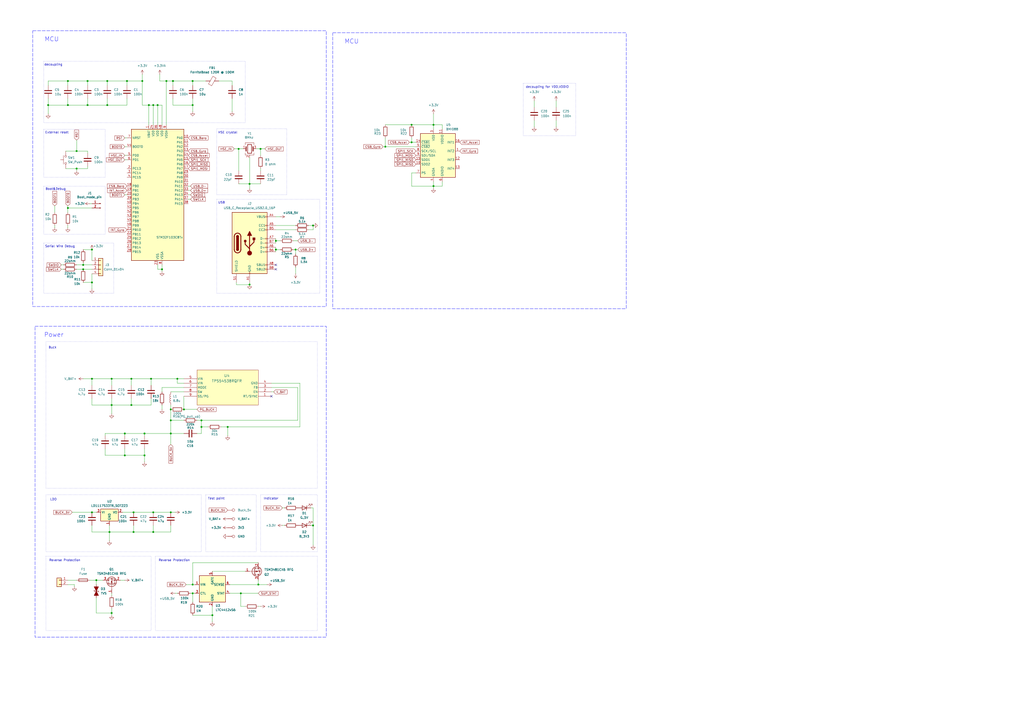
<source format=kicad_sch>
(kicad_sch (version 20250114) (generator "eeschema") (generator_version "9.0")
  (paper "A2")
  (rectangle (start 119.38 287.02) (end 148.59 320.04) (stroke (width 0) (type dot)))
  (rectangle (start 25.4 74.93) (end 60.96 102.87) (stroke (width 0) (type dot)))
  (rectangle (start 125.73 115.57) (end 185.42 170.18) (stroke (width 0) (type dot)))
  (rectangle (start 25.4 107.95) (end 60.96 135.89) (stroke (width 0) (type dot)))
  (rectangle (start 151.13 287.02) (end 184.15 320.04) (stroke (width 0) (type dot)))
  (rectangle (start 20.32 189.23) (end 189.23 369.57) (stroke (width 0.1778) (type dash) (color 0 0 255 1)))
  (rectangle (start 303.53 48.26) (end 334.01 78.74) (stroke (width 0) (type dot)))
  (rectangle (start 26.67 287.02) (end 116.84 320.04) (stroke (width 0) (type dot)))
  (rectangle (start 19.05 17.78) (end 189.23 177.8) (stroke (width 0.1778) (type dash) (color 0 0 255 1)))
  (rectangle (start 25.4 140.97) (end 66.04 170.18) (stroke (width 0) (type dot)))
  (rectangle (start 125.73 74.676) (end 166.37 113.03) (stroke (width 0) (type dot)))
  (rectangle (start 90.17 322.58) (end 184.15 365.76) (stroke (width 0) (type dot)))
  (rectangle (start 26.67 198.12) (end 184.15 283.21) (stroke (width 0) (type dot)))
  (rectangle (start 193.04 19.05) (end 363.22 179.07) (stroke (width 0.1778) (type dash) (color 0 0 255 1)))
  (rectangle (start 25.4 35.56) (end 142.24 71.12) (stroke (width 0) (type dot)))
  (rectangle (start 26.67 322.58) (end 87.63 365.76) (stroke (width 0) (type dot)))
  (text "Power" (at 31.242 194.31 0) (effects (font (size 2.54 2.54))))
  (text "Buck" (at 30.48 201.676 0) (effects (font (size 1.27 1.27))))
  (text "decoupling" (at 30.988 37.592 0) (effects (font (size 1.27 1.27))))
  (text "Indicator" (at 157.226 289.306 0) (effects (font (size 1.27 1.27))))
  (text "External reset\n" (at 33.02 76.962 0) (effects (font (size 1.27 1.27))))
  (text "MCU\n" (at 203.962 24.13 0) (effects (font (size 2.54 2.54))))
  (text "LDO" (at 30.988 289.814 0) (effects (font (size 1.27 1.27))))
  (text "Serial Wire Debug\n" (at 34.798 143.002 0) (effects (font (size 1.27 1.27))))
  (text "Boot&Debug" (at 32.258 109.728 0) (effects (font (size 1.27 1.27))))
  (text "Reverse Protection" (at 101.092 325.12 0) (effects (font (size 1.27 1.27))))
  (text "Test point" (at 125.476 289.306 0) (effects (font (size 1.27 1.27))))
  (text "Reverse Protection" (at 37.592 325.12 0) (effects (font (size 1.27 1.27))))
  (text "HSE crystal" (at 132.08 76.962 0) (effects (font (size 1.27 1.27))))
  (text "decoupling for VDD,VDDIO" (at 317.5 50.546 0) (effects (font (size 1.27 1.27))))
  (text "MCU\n" (at 29.972 22.86 0) (effects (font (size 2.54 2.54))))
  (text "USB\n" (at 128.524 117.602 0) (effects (font (size 1.27 1.27))))
  (junction (at 160.02 144.78))
  (junction (at 83.82 264.16))
  (junction (at 132.08 247.65))
  (junction (at 123.19 356.87))
  (junction (at 27.94 60.96))
  (junction (at 99.06 251.46))
  (junction (at 83.82 251.46))
  (junction (at 62.23 46.99))
  (junction (at 88.9 308.61))
  (junction (at 116.84 247.65))
  (junction (at 77.47 308.61))
  (junction (at 39.37 46.99))
  (junction (at 116.84 243.84))
  (junction (at 93.98 156.21))
  (junction (at 39.37 60.96))
  (junction (at 99.06 297.18))
  (junction (at 96.52 46.99))
  (junction (at 160.02 139.7))
  (junction (at 251.46 107.95))
  (junction (at 53.34 163.83))
  (junction (at 55.88 336.55))
  (junction (at 181.61 304.8))
  (junction (at 53.34 219.71))
  (junction (at 111.76 46.99))
  (junction (at 181.61 130.81))
  (junction (at 87.63 219.71))
  (junction (at 111.76 344.17))
  (junction (at 238.76 72.39))
  (junction (at 39.37 120.65))
  (junction (at 88.9 297.18))
  (junction (at 63.5 308.61))
  (junction (at 48.26 156.21))
  (junction (at 144.78 165.1))
  (junction (at 102.87 219.71))
  (junction (at 48.26 153.67))
  (junction (at 64.77 355.6))
  (junction (at 50.8 46.99))
  (junction (at 77.47 297.18))
  (junction (at 44.45 97.79))
  (junction (at 111.76 339.09))
  (junction (at 64.77 219.71))
  (junction (at 64.77 234.95))
  (junction (at 138.43 86.36))
  (junction (at 50.8 60.96))
  (junction (at 72.39 264.16))
  (junction (at 76.2 219.71))
  (junction (at 72.39 251.46))
  (junction (at 82.55 46.99))
  (junction (at 86.36 60.96))
  (junction (at 139.7 344.17))
  (junction (at 62.23 60.96))
  (junction (at 223.52 85.09))
  (junction (at 171.45 144.78))
  (junction (at 151.13 86.36))
  (junction (at 238.76 82.55))
  (junction (at 53.34 297.18))
  (junction (at 88.9 60.96))
  (junction (at 44.45 87.63))
  (junction (at 144.78 106.68))
  (junction (at 100.33 46.99))
  (junction (at 53.34 144.78))
  (junction (at 251.46 72.39))
  (junction (at 99.06 243.84))
  (junction (at 73.66 46.99))
  (junction (at 149.86 339.09))
  (junction (at 91.44 60.96))
  (junction (at 106.68 237.49))
  (junction (at 76.2 234.95))
  (junction (at 111.76 60.96))
  (junction (at 99.06 237.49))
  (no_connect (at 160.02 156.21))
  (no_connect (at 160.02 153.67))
  (no_connect (at 157.48 229.87))
  (wire (pts (xy 256.54 72.39) (xy 251.46 72.39)))
  (wire (pts (xy 101.6 344.17) (xy 102.87 344.17)))
  (wire (pts (xy 111.76 344.17) (xy 111.76 349.25)))
  (wire (pts (xy 64.77 219.71) (xy 64.77 223.52)))
  (wire (pts (xy 39.37 336.55) (xy 44.45 336.55)))
  (wire (pts (xy 111.76 46.99) (xy 111.76 49.53)))
  (wire (pts (xy 87.63 219.71) (xy 102.87 219.71)))
  (wire (pts (xy 116.84 243.84) (xy 172.72 243.84)))
  (wire (pts (xy 48.26 219.71) (xy 53.34 219.71)))
  (wire (pts (xy 110.49 344.17) (xy 111.76 344.17)))
  (wire (pts (xy 93.98 60.96) (xy 93.98 72.39)))
  (wire (pts (xy 100.33 60.96) (xy 111.76 60.96)))
  (wire (pts (xy 116.84 243.84) (xy 116.84 247.65)))
  (wire (pts (xy 144.78 106.68) (xy 151.13 106.68)))
  (wire (pts (xy 151.13 86.36) (xy 153.67 86.36)))
  (wire (pts (xy 53.34 158.75) (xy 53.34 163.83)))
  (wire (pts (xy 53.34 231.14) (xy 53.34 234.95)))
  (wire (pts (xy 160.02 139.7) (xy 162.56 139.7)))
  (wire (pts (xy 64.77 344.17) (xy 64.77 345.44)))
  (wire (pts (xy 48.26 156.21) (xy 53.34 156.21)))
  (wire (pts (xy 222.25 85.09) (xy 223.52 85.09)))
  (wire (pts (xy 96.52 46.99) (xy 100.33 46.99)))
  (wire (pts (xy 27.94 57.15) (xy 27.94 60.96)))
  (wire (pts (xy 64.77 234.95) (xy 76.2 234.95)))
  (wire (pts (xy 62.23 60.96) (xy 50.8 60.96)))
  (wire (pts (xy 144.78 91.44) (xy 144.78 106.68)))
  (wire (pts (xy 53.34 304.8) (xy 53.34 308.61)))
  (wire (pts (xy 148.59 86.36) (xy 151.13 86.36)))
  (wire (pts (xy 73.66 60.96) (xy 62.23 60.96)))
  (wire (pts (xy 223.52 72.39) (xy 238.76 72.39)))
  (wire (pts (xy 256.54 107.95) (xy 251.46 107.95)))
  (wire (pts (xy 50.8 60.96) (xy 39.37 60.96)))
  (wire (pts (xy 171.45 154.94) (xy 171.45 158.75)))
  (wire (pts (xy 87.63 231.14) (xy 87.63 234.95)))
  (wire (pts (xy 99.06 251.46) (xy 99.06 243.84)))
  (wire (pts (xy 64.77 234.95) (xy 64.77 240.03)))
  (wire (pts (xy 139.7 344.17) (xy 133.35 344.17)))
  (wire (pts (xy 72.39 252.73) (xy 72.39 251.46)))
  (wire (pts (xy 179.07 130.81) (xy 181.61 130.81)))
  (wire (pts (xy 149.86 339.09) (xy 149.86 336.55)))
  (wire (pts (xy 111.76 46.99) (xy 119.38 46.99)))
  (wire (pts (xy 31.75 132.08) (xy 31.75 130.81)))
  (wire (pts (xy 50.8 88.9) (xy 50.8 87.63)))
  (wire (pts (xy 137.16 163.83) (xy 137.16 165.1)))
  (wire (pts (xy 53.34 144.78) (xy 53.34 151.13)))
  (wire (pts (xy 160.02 138.43) (xy 160.02 139.7)))
  (wire (pts (xy 123.19 356.87) (xy 123.19 360.68)))
  (wire (pts (xy 160.02 139.7) (xy 160.02 140.97)))
  (wire (pts (xy 92.71 43.18) (xy 92.71 46.99)))
  (wire (pts (xy 111.76 356.87) (xy 123.19 356.87)))
  (wire (pts (xy 160.02 130.81) (xy 171.45 130.81)))
  (wire (pts (xy 44.45 156.21) (xy 48.26 156.21)))
  (wire (pts (xy 53.34 167.64) (xy 53.34 163.83)))
  (wire (pts (xy 39.37 60.96) (xy 27.94 60.96)))
  (wire (pts (xy 76.2 231.14) (xy 76.2 234.95)))
  (wire (pts (xy 39.37 46.99) (xy 27.94 46.99)))
  (wire (pts (xy 72.39 113.03) (xy 73.66 113.03)))
  (wire (pts (xy 171.45 144.78) (xy 172.72 144.78)))
  (wire (pts (xy 99.06 234.95) (xy 99.06 237.49)))
  (wire (pts (xy 64.77 219.71) (xy 76.2 219.71)))
  (wire (pts (xy 170.18 139.7) (xy 172.72 139.7)))
  (wire (pts (xy 62.23 46.99) (xy 50.8 46.99)))
  (wire (pts (xy 123.19 331.47) (xy 142.24 331.47)))
  (wire (pts (xy 160.02 143.51) (xy 160.02 144.78)))
  (wire (pts (xy 91.44 60.96) (xy 91.44 72.39)))
  (wire (pts (xy 83.82 251.46) (xy 83.82 252.73)))
  (wire (pts (xy 52.07 118.11) (xy 53.34 118.11)))
  (wire (pts (xy 116.84 247.65) (xy 120.65 247.65)))
  (wire (pts (xy 128.27 247.65) (xy 132.08 247.65)))
  (wire (pts (xy 111.76 344.17) (xy 113.03 344.17)))
  (wire (pts (xy 50.8 46.99) (xy 50.8 49.53)))
  (wire (pts (xy 106.68 222.25) (xy 102.87 222.25)))
  (wire (pts (xy 138.43 106.68) (xy 144.78 106.68)))
  (wire (pts (xy 99.06 243.84) (xy 106.68 243.84)))
  (wire (pts (xy 238.76 80.01) (xy 238.76 82.55)))
  (wire (pts (xy 111.76 339.09) (xy 113.03 339.09)))
  (wire (pts (xy 53.34 308.61) (xy 63.5 308.61)))
  (wire (pts (xy 72.39 251.46) (xy 83.82 251.46)))
  (wire (pts (xy 110.49 107.95) (xy 109.22 107.95)))
  (wire (pts (xy 39.37 120.65) (xy 39.37 123.19)))
  (wire (pts (xy 181.61 130.81) (xy 181.61 133.35)))
  (wire (pts (xy 82.55 60.96) (xy 86.36 60.96)))
  (wire (pts (xy 151.13 97.79) (xy 151.13 99.06)))
  (wire (pts (xy 60.96 260.35) (xy 60.96 264.16)))
  (wire (pts (xy 133.35 339.09) (xy 149.86 339.09)))
  (wire (pts (xy 39.37 57.15) (xy 39.37 60.96)))
  (wire (pts (xy 102.87 219.71) (xy 106.68 219.71)))
  (wire (pts (xy 99.06 237.49) (xy 99.06 243.84)))
  (wire (pts (xy 39.37 119.38) (xy 39.37 120.65)))
  (wire (pts (xy 48.26 152.4) (xy 48.26 153.67)))
  (wire (pts (xy 114.3 251.46) (xy 116.84 251.46)))
  (wire (pts (xy 64.77 231.14) (xy 64.77 234.95)))
  (wire (pts (xy 91.44 60.96) (xy 93.98 60.96)))
  (wire (pts (xy 72.39 260.35) (xy 72.39 264.16)))
  (wire (pts (xy 106.68 251.46) (xy 99.06 251.46)))
  (wire (pts (xy 53.34 153.67) (xy 48.26 153.67)))
  (wire (pts (xy 163.83 294.64) (xy 165.1 294.64)))
  (wire (pts (xy 93.98 224.79) (xy 106.68 224.79)))
  (wire (pts (xy 71.12 297.18) (xy 77.47 297.18)))
  (wire (pts (xy 48.26 144.78) (xy 53.34 144.78)))
  (wire (pts (xy 44.45 97.79) (xy 50.8 97.79)))
  (wire (pts (xy 44.45 81.28) (xy 44.45 87.63)))
  (wire (pts (xy 93.98 156.21) (xy 93.98 153.67)))
  (wire (pts (xy 100.33 46.99) (xy 111.76 46.99)))
  (wire (pts (xy 100.33 46.99) (xy 100.33 49.53)))
  (wire (pts (xy 76.2 219.71) (xy 76.2 223.52)))
  (wire (pts (xy 53.34 219.71) (xy 64.77 219.71)))
  (wire (pts (xy 172.72 224.79) (xy 172.72 243.84)))
  (wire (pts (xy 63.5 308.61) (xy 77.47 308.61)))
  (wire (pts (xy 238.76 82.55) (xy 241.3 82.55)))
  (wire (pts (xy 181.61 304.8) (xy 181.61 316.23)))
  (wire (pts (xy 87.63 219.71) (xy 87.63 223.52)))
  (wire (pts (xy 173.99 222.25) (xy 173.99 247.65)))
  (wire (pts (xy 111.76 57.15) (xy 111.76 60.96)))
  (wire (pts (xy 96.52 46.99) (xy 96.52 72.39)))
  (wire (pts (xy 93.98 156.21) (xy 93.98 157.48)))
  (wire (pts (xy 223.52 80.01) (xy 223.52 85.09)))
  (wire (pts (xy 60.96 264.16) (xy 72.39 264.16)))
  (wire (pts (xy 77.47 308.61) (xy 88.9 308.61)))
  (wire (pts (xy 134.62 46.99) (xy 134.62 49.53)))
  (wire (pts (xy 72.39 92.71) (xy 73.66 92.71)))
  (wire (pts (xy 35.56 153.67) (xy 36.83 153.67)))
  (wire (pts (xy 91.44 60.96) (xy 88.9 60.96)))
  (wire (pts (xy 99.06 251.46) (xy 99.06 257.81)))
  (wire (pts (xy 322.58 58.42) (xy 322.58 62.23)))
  (wire (pts (xy 39.37 46.99) (xy 39.37 49.53)))
  (wire (pts (xy 48.26 163.83) (xy 53.34 163.83)))
  (wire (pts (xy 106.68 237.49) (xy 114.3 237.49)))
  (wire (pts (xy 135.89 86.36) (xy 138.43 86.36)))
  (wire (pts (xy 82.55 46.99) (xy 82.55 60.96)))
  (wire (pts (xy 160.02 133.35) (xy 171.45 133.35)))
  (wire (pts (xy 39.37 339.09) (xy 43.18 339.09)))
  (wire (pts (xy 48.26 153.67) (xy 44.45 153.67)))
  (wire (pts (xy 223.52 85.09) (xy 241.3 85.09)))
  (wire (pts (xy 171.45 144.78) (xy 171.45 147.32)))
  (wire (pts (xy 102.87 222.25) (xy 102.87 219.71)))
  (wire (pts (xy 99.06 227.33) (xy 106.68 227.33)))
  (wire (pts (xy 110.49 115.57) (xy 109.22 115.57)))
  (wire (pts (xy 160.02 144.78) (xy 160.02 146.05)))
  (wire (pts (xy 83.82 264.16) (xy 83.82 267.97)))
  (wire (pts (xy 99.06 304.8) (xy 99.06 308.61)))
  (wire (pts (xy 39.37 120.65) (xy 53.34 120.65)))
  (wire (pts (xy 157.48 227.33) (xy 158.75 227.33)))
  (wire (pts (xy 86.36 60.96) (xy 86.36 72.39)))
  (wire (pts (xy 39.37 130.81) (xy 39.37 132.08)))
  (wire (pts (xy 134.62 57.15) (xy 134.62 64.77)))
  (wire (pts (xy 110.49 113.03) (xy 109.22 113.03)))
  (wire (pts (xy 101.6 297.18) (xy 99.06 297.18)))
  (wire (pts (xy 55.88 355.6) (xy 64.77 355.6)))
  (wire (pts (xy 180.34 294.64) (xy 181.61 294.64)))
  (wire (pts (xy 88.9 60.96) (xy 88.9 72.39)))
  (wire (pts (xy 238.76 107.95) (xy 251.46 107.95)))
  (wire (pts (xy 138.43 86.36) (xy 140.97 86.36)))
  (wire (pts (xy 72.39 85.09) (xy 73.66 85.09)))
  (wire (pts (xy 93.98 156.21) (xy 91.44 156.21)))
  (wire (pts (xy 256.54 74.93) (xy 256.54 72.39)))
  (wire (pts (xy 35.56 156.21) (xy 36.83 156.21)))
  (wire (pts (xy 157.48 224.79) (xy 172.72 224.79)))
  (wire (pts (xy 86.36 60.96) (xy 88.9 60.96)))
  (wire (pts (xy 27.94 46.99) (xy 27.94 49.53)))
  (wire (pts (xy 110.49 110.49) (xy 109.22 110.49)))
  (wire (pts (xy 53.34 234.95) (xy 64.77 234.95)))
  (wire (pts (xy 111.76 326.39) (xy 111.76 339.09)))
  (wire (pts (xy 64.77 353.06) (xy 64.77 355.6)))
  (wire (pts (xy 162.56 125.73) (xy 160.02 125.73)))
  (wire (pts (xy 50.8 57.15) (xy 50.8 60.96)))
  (wire (pts (xy 93.98 224.79) (xy 93.98 227.33)))
  (wire (pts (xy 72.39 264.16) (xy 83.82 264.16)))
  (wire (pts (xy 138.43 86.36) (xy 138.43 99.06)))
  (wire (pts (xy 179.07 133.35) (xy 181.61 133.35)))
  (wire (pts (xy 238.76 100.33) (xy 238.76 107.95)))
  (wire (pts (xy 132.08 247.65) (xy 132.08 252.73)))
  (wire (pts (xy 43.18 339.09) (xy 43.18 340.36)))
  (wire (pts (xy 163.83 304.8) (xy 165.1 304.8)))
  (wire (pts (xy 144.78 165.1) (xy 144.78 163.83)))
  (wire (pts (xy 73.66 46.99) (xy 62.23 46.99)))
  (wire (pts (xy 160.02 144.78) (xy 162.56 144.78)))
  (wire (pts (xy 170.18 144.78) (xy 171.45 144.78)))
  (wire (pts (xy 149.86 326.39) (xy 111.76 326.39)))
  (wire (pts (xy 139.7 344.17) (xy 149.86 344.17)))
  (wire (pts (xy 123.19 351.79) (xy 123.19 356.87)))
  (wire (pts (xy 63.5 304.8) (xy 63.5 308.61)))
  (wire (pts (xy 44.45 97.79) (xy 44.45 99.06)))
  (wire (pts (xy 83.82 251.46) (xy 99.06 251.46)))
  (wire (pts (xy 44.45 87.63) (xy 50.8 87.63)))
  (wire (pts (xy 238.76 72.39) (xy 251.46 72.39)))
  (wire (pts (xy 107.95 339.09) (xy 111.76 339.09)))
  (wire (pts (xy 50.8 96.52) (xy 50.8 97.79)))
  (wire (pts (xy 60.96 251.46) (xy 72.39 251.46)))
  (wire (pts (xy 91.44 153.67) (xy 91.44 156.21)))
  (wire (pts (xy 149.86 339.09) (xy 154.94 339.09)))
  (wire (pts (xy 322.58 69.85) (xy 322.58 73.66)))
  (wire (pts (xy 88.9 304.8) (xy 88.9 308.61)))
  (wire (pts (xy 139.7 344.17) (xy 139.7 351.79)))
  (wire (pts (xy 72.39 90.17) (xy 73.66 90.17)))
  (wire (pts (xy 82.55 46.99) (xy 73.66 46.99)))
  (wire (pts (xy 62.23 57.15) (xy 62.23 60.96)))
  (wire (pts (xy 55.88 346.71) (xy 55.88 355.6)))
  (wire (pts (xy 59.69 336.55) (xy 55.88 336.55)))
  (wire (pts (xy 76.2 234.95) (xy 87.63 234.95)))
  (wire (pts (xy 309.88 58.42) (xy 309.88 62.23)))
  (wire (pts (xy 41.91 297.18) (xy 53.34 297.18)))
  (wire (pts (xy 38.1 87.63) (xy 44.45 87.63)))
  (wire (pts (xy 127 46.99) (xy 134.62 46.99)))
  (wire (pts (xy 137.16 165.1) (xy 144.78 165.1)))
  (wire (pts (xy 256.54 105.41) (xy 256.54 107.95)))
  (wire (pts (xy 116.84 251.46) (xy 116.84 247.65)))
  (wire (pts (xy 93.98 234.95) (xy 93.98 237.49)))
  (wire (pts (xy 106.68 237.49) (xy 106.68 229.87)))
  (wire (pts (xy 173.99 247.65) (xy 132.08 247.65)))
  (wire (pts (xy 180.34 304.8) (xy 181.61 304.8)))
  (wire (pts (xy 52.07 336.55) (xy 55.88 336.55)))
  (wire (pts (xy 63.5 308.61) (xy 63.5 313.69)))
  (wire (pts (xy 53.34 219.71) (xy 53.34 223.52)))
  (wire (pts (xy 309.88 69.85) (xy 309.88 73.66)))
  (wire (pts (xy 55.88 336.55) (xy 55.88 339.09)))
  (wire (pts (xy 50.8 46.99) (xy 39.37 46.99)))
  (wire (pts (xy 76.2 219.71) (xy 87.63 219.71)))
  (wire (pts (xy 38.1 97.79) (xy 44.45 97.79)))
  (wire (pts (xy 151.13 351.79) (xy 149.86 351.79)))
  (wire (pts (xy 181.61 294.64) (xy 181.61 304.8)))
  (wire (pts (xy 251.46 107.95) (xy 251.46 109.22)))
  (wire (pts (xy 251.46 66.04) (xy 251.46 72.39)))
  (wire (pts (xy 88.9 297.18) (xy 99.06 297.18)))
  (wire (pts (xy 251.46 105.41) (xy 251.46 107.95)))
  (wire (pts (xy 77.47 304.8) (xy 77.47 308.61)))
  (wire (pts (xy 64.77 355.6) (xy 64.77 356.87)))
  (wire (pts (xy 241.3 100.33) (xy 238.76 100.33)))
  (wire (pts (xy 88.9 308.61) (xy 99.06 308.61)))
  (wire (pts (xy 157.48 222.25) (xy 173.99 222.25)))
  (wire (pts (xy 96.52 46.99) (xy 92.71 46.99)))
  (wire (pts (xy 100.33 57.15) (xy 100.33 60.96)))
  (wire (pts (xy 139.7 351.79) (xy 142.24 351.79)))
  (wire (pts (xy 60.96 252.73) (xy 60.96 251.46)))
  (wire (pts (xy 114.3 243.84) (xy 116.84 243.84)))
  (wire (pts (xy 62.23 46.99) (xy 62.23 49.53)))
  (wire (pts (xy 69.85 336.55) (xy 72.39 336.55)))
  (wire (pts (xy 72.39 80.01) (xy 73.66 80.01)))
  (wire (pts (xy 27.94 60.96) (xy 27.94 66.04)))
  (wire (pts (xy 151.13 86.36) (xy 151.13 90.17)))
  (wire (pts (xy 31.75 119.38) (xy 31.75 123.19)))
  (wire (pts (xy 73.66 46.99) (xy 73.66 49.53)))
  (wire (pts (xy 82.55 43.18) (xy 82.55 46.99)))
  (wire (pts (xy 144.78 106.68) (xy 144.78 109.22)))
  (wire (pts (xy 237.49 82.55) (xy 238.76 82.55)))
  (wire (pts (xy 73.66 57.15) (xy 73.66 60.96)))
  (wire (pts (xy 111.76 60.96) (xy 111.76 64.77)))
  (wire (pts (xy 77.47 297.18) (xy 88.9 297.18)))
  (wire (pts (xy 53.34 297.18) (xy 55.88 297.18)))
  (wire (pts (xy 251.46 72.39) (xy 251.46 74.93)))
  (wire (pts (xy 83.82 260.35) (xy 83.82 264.16)))
  (global_label "SWDIO" (shape input) (at 35.56 153.67 180) (property "Intersheetrefs" "${INTERSHEET_REFS}" (effects (hide yes))))
  (global_label "HSE_IN" (shape input) (at 72.39 90.17 180) (property "Intersheetrefs" "${INTERSHEET_REFS}" (effects (hide yes))))
  (global_label "RST" (shape input) (at 72.39 80.01 180) (property "Intersheetrefs" "${INTERSHEET_REFS}" (effects (hide yes))))
  (global_label "USB_D-" (shape input) (at 110.49 107.95 0) (property "Intersheetrefs" "${INTERSHEET_REFS}" (effects (hide yes))))
  (global_label "SPI1_MOSI" (shape input) (at 241.3 90.17 180) (property "Intersheetrefs" "${INTERSHEET_REFS}" (effects (hide yes))))
  (global_label "USB_D-" (shape input) (at 172.72 139.7 0) (property "Intersheetrefs" "${INTERSHEET_REFS}" (effects (hide yes))))
  (global_label "CSB_Gyro" (shape input) (at 222.25 85.09 180) (property "Intersheetrefs" "${INTERSHEET_REFS}" (effects (hide yes))))
  (global_label "SPI1_MISO" (shape input) (at 241.3 95.25 180) (property "Intersheetrefs" "${INTERSHEET_REFS}" (effects (hide yes))))
  (global_label "USB_D+" (shape input) (at 172.72 144.78 0) (property "Intersheetrefs" "${INTERSHEET_REFS}" (effects (hide yes))))
  (global_label "INT_Gyro" (shape input) (at 266.7 87.63 0) (property "Intersheetrefs" "${INTERSHEET_REFS}" (effects (hide yes))))
  (global_label "SPI1_MISO" (shape input) (at 241.3 92.71 180) (property "Intersheetrefs" "${INTERSHEET_REFS}" (effects (hide yes))))
  (global_label "CSB_Baro" (shape input) (at 109.22 80.01 0) (property "Intersheetrefs" "${INTERSHEET_REFS}" (effects (hide yes))))
  (global_label "V_BAT" (shape input) (at 158.75 227.33 0) (property "Intersheetrefs" "${INTERSHEET_REFS}" (effects (hide yes))))
  (global_label "INT_Accel" (shape input) (at 73.66 110.49 180) (property "Intersheetrefs" "${INTERSHEET_REFS}" (effects (hide yes))))
  (global_label "BUCK_5V" (shape input) (at 99.06 257.81 270) (property "Intersheetrefs" "${INTERSHEET_REFS}" (effects (hide yes))))
  (global_label "BOOT0" (shape input) (at 72.39 85.09 180) (property "Intersheetrefs" "${INTERSHEET_REFS}" (effects (hide yes))))
  (global_label "BUCK_5V" (shape input) (at 132.08 295.91 180) (property "Intersheetrefs" "${INTERSHEET_REFS}" (effects (hide yes))))
  (global_label "BUCK_5V" (shape input) (at 163.83 294.64 180) (property "Intersheetrefs" "${INTERSHEET_REFS}" (effects (hide yes))))
  (global_label "SWCLK" (shape input) (at 35.56 156.21 180) (property "Intersheetrefs" "${INTERSHEET_REFS}" (effects (hide yes))))
  (global_label "SPI1_SCK" (shape input) (at 109.22 92.71 0) (property "Intersheetrefs" "${INTERSHEET_REFS}" (effects (hide yes))))
  (global_label "BOOT0" (shape input) (at 39.37 119.38 90) (property "Intersheetrefs" "${INTERSHEET_REFS}" (effects (hide yes))))
  (global_label "BOOT1" (shape input) (at 31.75 119.38 90) (property "Intersheetrefs" "${INTERSHEET_REFS}" (effects (hide yes))))
  (global_label "PG_BUCK" (shape input) (at 114.3 237.49 0) (property "Intersheetrefs" "${INTERSHEET_REFS}" (effects (hide yes))))
  (global_label "HSE_OUT" (shape input) (at 153.67 86.36 0) (property "Intersheetrefs" "${INTERSHEET_REFS}" (effects (hide yes))))
  (global_label "INT_Gyro" (shape input) (at 73.66 133.35 180) (property "Intersheetrefs" "${INTERSHEET_REFS}" (effects (hide yes))))
  (global_label "BOOT1" (shape input) (at 72.39 113.03 180) (property "Intersheetrefs" "${INTERSHEET_REFS}" (effects (hide yes))))
  (global_label "SPI1_MISO" (shape input) (at 109.22 95.25 0) (property "Intersheetrefs" "${INTERSHEET_REFS}" (effects (hide yes))))
  (global_label "USB_D+" (shape input) (at 110.49 110.49 0) (property "Intersheetrefs" "${INTERSHEET_REFS}" (effects (hide yes))))
  (global_label "SPI1_SCK" (shape input) (at 241.3 87.63 180) (property "Intersheetrefs" "${INTERSHEET_REFS}" (effects (hide yes))))
  (global_label "HSE_IN" (shape input) (at 135.89 86.36 180) (property "Intersheetrefs" "${INTERSHEET_REFS}" (effects (hide yes))))
  (global_label "SPI1_MOSI" (shape input) (at 109.22 97.79 0) (property "Intersheetrefs" "${INTERSHEET_REFS}" (effects (hide yes))))
  (global_label "RST" (shape input) (at 44.45 81.28 90) (property "Intersheetrefs" "${INTERSHEET_REFS}" (effects (hide yes))))
  (global_label "SWDIO" (shape input) (at 110.49 113.03 0) (property "Intersheetrefs" "${INTERSHEET_REFS}" (effects (hide yes))))
  (global_label "SUP_STAT" (shape input) (at 149.86 344.17 0) (property "Intersheetrefs" "${INTERSHEET_REFS}" (effects (hide yes))))
  (global_label "CSB_Gyro" (shape input) (at 109.22 87.63 0) (property "Intersheetrefs" "${INTERSHEET_REFS}" (effects (hide yes))))
  (global_label "BUCK_5V" (shape input) (at 107.95 339.09 180) (property "Intersheetrefs" "${INTERSHEET_REFS}" (effects (hide yes))))
  (global_label "SWCLK" (shape input) (at 110.49 115.57 0) (property "Intersheetrefs" "${INTERSHEET_REFS}" (effects (hide yes))))
  (global_label "HSE_OUT" (shape input) (at 72.39 92.71 180) (property "Intersheetrefs" "${INTERSHEET_REFS}" (effects (hide yes))))
  (global_label "CSB_Accel" (shape input) (at 237.49 82.55 180) (property "Intersheetrefs" "${INTERSHEET_REFS}" (effects (hide yes))))
  (global_label "BUCK_5V" (shape input) (at 41.91 297.18 180) (property "Intersheetrefs" "${INTERSHEET_REFS}" (effects (hide yes))))
  (global_label "CSB_Baro" (shape input) (at 73.66 107.95 180) (property "Intersheetrefs" "${INTERSHEET_REFS}" (effects (hide yes))))
  (global_label "INT_Accel" (shape input) (at 266.7 82.55 0) (property "Intersheetrefs" "${INTERSHEET_REFS}" (effects (hide yes))))
  (global_label "CSB_Accel" (shape input) (at 109.22 90.17 0) (property "Intersheetrefs" "${INTERSHEET_REFS}" (effects (hide yes))))
  (symbol (lib_id "power:VAA") (at 48.26 219.71 90) (unit 1)
    (property "Reference" "#PWR028" (effects (hide yes)))
    (property "Value" "V_BAT+" (at 44.45 219.7099 90) (effects (justify left)))
    (property "Description" "Power symbol creates a global label with name \"VAA\"" (effects (hide yes)))
  )
  (symbol (lib_id "Regulator_Linear:LD1117S33TR_SOT223") (at 63.5 297.18 0) (unit 1)
    (property "Reference" "U2" (at 63.5 290.83 0))
    (property "Value" "LD1117S33TR_SOT223" (at 63.5 293.37 0))
    (property "Footprint" "Package_TO_SOT_SMD:SOT-223-3_TabPin2" (effects (hide yes)))
    (property "Datasheet" "http://www.st.com/st-web-ui/static/active/en/resource/technical/document/datasheet/CD00000544.pdf" (effects (hide yes)))
    (property "Description" "800mA Fixed Low Drop Positive Voltage Regulator, Fixed Output 3.3V, SOT-223" (effects (hide yes)))
  )
  (symbol (lib_id "Connector:TestPoint") (at 132.08 306.07 270) (unit 1)
    (property "Reference" "3V3" (at 137.922 306.07 90) (effects (justify left)))
    (property "Value" "TestPoint" (effects (hide yes)))
    (property "Description" "test point" (effects (hide yes)))
  )
  (symbol (lib_id "Device:C") (at 110.49 251.46 90) (mirror x) (unit 1)
    (property "Reference" "C16" (at 112.268 258.572 90) (effects (justify left)))
    (property "Value" "10p" (at 112.268 256.032 90) (effects (justify left)))
    (property "Description" "Unpolarized capacitor" (effects (hide yes)))
  )
  (symbol (lib_id "power:GND") (at 181.61 316.23 0) (unit 1)
    (property "Reference" "#PWR027" (effects (hide yes)))
    (property "Value" "GND" (effects (hide yes)))
    (property "Description" "Power symbol creates a global label with name \"GND\" , ground" (effects (hide yes)))
  )
  (symbol (lib_id "Device:C") (at 62.23 53.34 0) (unit 1)
    (property "Reference" "C2" (at 66.04 52.0699 0) (effects (justify left)))
    (property "Value" "100n" (at 66.04 54.6099 0) (effects (justify left)))
    (property "Description" "Unpolarized capacitor" (effects (hide yes)))
  )
  (symbol (lib_id "power:GND") (at 93.98 157.48 0) (unit 1)
    (property "Reference" "#PWR01" (effects (hide yes)))
    (property "Value" "GND" (effects (hide yes)))
    (property "Description" "Power symbol creates a global label with name \"GND\" , ground" (effects (hide yes)))
  )
  (symbol (lib_id "Device:R") (at 166.37 139.7 90) (unit 1)
    (property "Reference" "R4" (at 166.37 135.382 90))
    (property "Value" "22ohm" (at 166.37 137.414 90))
    (property "Description" "Resistor" (effects (hide yes)))
  )
  (symbol (lib_id "Device:LED") (at 176.53 294.64 180) (unit 1)
    (property "Reference" "D1" (at 176.53 297.688 0))
    (property "Value" "G_5V" (at 176.53 300.228 0))
    (property "Description" "Light emitting diode" (effects (hide yes)))
    (property "Sim.Pins" "1=K 2=A" (effects (hide yes)))
  )
  (symbol (lib_id "Device:C") (at 53.34 227.33 0) (mirror y) (unit 1)
    (property "Reference" "C13" (at 49.53 226.0599 0) (effects (justify left)))
    (property "Value" "4.7u" (at 49.53 228.5999 0) (effects (justify left)))
    (property "Description" "Unpolarized capacitor" (effects (hide yes)))
  )
  (symbol (lib_id "Device:R") (at 175.26 130.81 90) (unit 1)
    (property "Reference" "R6" (at 175.26 126.492 90))
    (property "Value" "5.1k" (at 175.26 128.524 90))
    (property "Description" "Resistor" (effects (hide yes)))
  )
  (symbol (lib_id "Connector:TestPoint") (at 132.08 311.15 270) (unit 1)
    (property "Reference" "GND" (at 137.922 311.15 90) (effects (justify left)))
    (property "Value" "TestPoint" (effects (hide yes)))
    (property "Description" "test point" (effects (hide yes)))
  )
  (symbol (lib_id "power:+5V") (at 162.56 125.73 270) (unit 1)
    (property "Reference" "#PWR012" (effects (hide yes)))
    (property "Value" "+USB_5V" (at 164.084 123.444 90) (effects (justify left)))
    (property "Description" "Power symbol creates a global label with name \"+5V\"" (effects (hide yes)))
  )
  (symbol (lib_id "power:GND") (at 43.18 340.36 0) (unit 1)
    (property "Reference" "#PWR030" (effects (hide yes)))
    (property "Value" "GND" (effects (hide yes)))
    (property "Description" "Power symbol creates a global label with name \"GND\" , ground" (effects (hide yes)))
  )
  (symbol (lib_id "Sensor_Motion:BMI088") (at 254 90.17 0) (unit 1)
    (property "Reference" "U5" (at 258.6833 72.39 0) (effects (justify left)))
    (property "Value" "BMI088" (at 258.6833 74.93 0) (effects (justify left)))
    (property "Footprint" "Package_LGA:Bosch_LGA-16_4.5x3mm_P0.5mm_LayoutBorder7x1y_ClockwisePinNumbering" (effects (hide yes)))
    (property "Datasheet" "https://www.bosch-sensortec.com/media/boschsensortec/downloads/datasheets/bst-bmi088-ds001.pdf" (effects (hide yes)))
    (property "Description" "Accelerometer, Gyroscope, 6-Axis Sensor, I2C / SPI interface, LGA-16" (effects (hide yes)))
  )
  (symbol (lib_id "Device:Fuse") (at 48.26 336.55 90) (unit 1)
    (property "Reference" "F1" (at 48.26 330.2 90))
    (property "Value" "Fuse" (at 48.26 332.74 90))
    (property "Description" "Fuse" (effects (hide yes)))
  )
  (symbol (lib_id "Power_Management:LTC4412xS6") (at 123.19 341.63 0) (unit 1)
    (property "Reference" "U3" (at 124.968 351.282 0) (effects (justify left)))
    (property "Value" "LTC4412xS6" (at 124.968 353.822 0) (effects (justify left)))
    (property "Footprint" "Package_TO_SOT_SMD:TSOT-23-6" (effects (hide yes)))
    (property "Datasheet" "https://www.analog.com/media/en/technical-documentation/data-sheets/4412fb.pdf" (effects (hide yes)))
    (property "Description" "Low Loss PowerPath Controller, TSOT-23-6" (effects (hide yes)))
  )
  (symbol (lib_id "Device:R") (at 124.46 247.65 90) (mirror x) (unit 1)
    (property "Reference" "R15" (at 124.46 251.968 90))
    (property "Value" "30k" (at 124.46 249.936 90))
    (property "Description" "Resistor" (effects (hide yes)))
  )
  (symbol (lib_id "Device:C") (at 134.62 53.34 0) (unit 1)
    (property "Reference" "C8" (at 138.43 52.0699 0) (effects (justify left)))
    (property "Value" "1n" (at 138.43 54.6099 0) (effects (justify left)))
    (property "Description" "Unpolarized capacitor" (effects (hide yes)))
  )
  (symbol (lib_id "Device:L") (at 99.06 231.14 180) (unit 1)
    (property "Reference" "L1" (at 100.33 229.8699 0) (effects (justify right)))
    (property "Value" "6.8u" (at 100.33 232.4099 0) (effects (justify right)))
    (property "Description" "Inductor" (effects (hide yes)))
  )
  (symbol (lib_id "power:+3.3V") (at 52.07 118.11 90) (mirror x) (unit 1)
    (property "Reference" "#PWR010" (effects (hide yes)))
    (property "Value" "+3.3V" (at 46.228 118.11 90))
    (property "Description" "Power symbol creates a global label with name \"+3.3V\"" (effects (hide yes)))
  )
  (symbol (lib_id "power:GND") (at 53.34 167.64 0) (unit 1)
    (property "Reference" "#PWR016" (effects (hide yes)))
    (property "Value" "GND" (effects (hide yes)))
    (property "Description" "Power symbol creates a global label with name \"GND\" , ground" (effects (hide yes)))
  )
  (symbol (lib_id "Connector:USB_C_Receptacle_USB2.0_16P") (at 144.78 140.97 0) (unit 1)
    (property "Reference" "J2" (at 144.78 118.11 0))
    (property "Value" "USB_C_Receptacle_USB2.0_16P" (at 144.78 120.65 0))
    (property "Datasheet" "https://www.usb.org/sites/default/files/documents/usb_type-c.zip" (effects (hide yes)))
    (property "Description" "USB 2.0-only 16P Type-C Receptacle connector" (effects (hide yes)))
  )
  (symbol (lib_id "Device:R") (at 146.05 351.79 270) (mirror x) (unit 1)
    (property "Reference" "R21" (at 144.018 357.124 90) (effects (justify left)))
    (property "Value" "100k" (at 144.018 354.584 90) (effects (justify left)))
    (property "Description" "Resistor" (effects (hide yes)))
  )
  (symbol (lib_id "power:GND") (at 44.45 99.06 0) (unit 1)
    (property "Reference" "#PWR07" (effects (hide yes)))
    (property "Value" "GND" (effects (hide yes)))
    (property "Description" "Power symbol creates a global label with name \"GND\" , ground" (effects (hide yes)))
  )
  (symbol (lib_id "power:GND") (at 309.88 73.66 0) (mirror y) (unit 1)
    (property "Reference" "#PWR039" (effects (hide yes)))
    (property "Value" "GND" (effects (hide yes)))
    (property "Description" "Power symbol creates a global label with name \"GND\" , ground" (effects (hide yes)))
  )
  (symbol (lib_id "power:GND") (at 144.78 109.22 0) (unit 1)
    (property "Reference" "#PWR011" (effects (hide yes)))
    (property "Value" "GND" (effects (hide yes)))
    (property "Description" "Power symbol creates a global label with name \"GND\" , ground" (effects (hide yes)))
  )
  (symbol (lib_id "Small_av_tony_lib:TPS54538RQFR") (at 157.48 229.87 180) (unit 1)
    (property "Reference" "U4" (at 131.572 217.932 0) (effects (font (size 1.524 1.524))))
    (property "Value" "TPS54538RQFR" (at 131.572 220.98 0) (effects (font (size 1.524 1.524))))
    (property "Footprint" "VQFN-HR9_RQF_TEX" (effects (hide yes)))
    (property "Datasheet" "https://www.ti.com/lit/gpn/tps54538" (effects (hide yes)))
  )
  (symbol (lib_id "Device:Crystal_GND24") (at 144.78 86.36 0) (unit 1)
    (property "Reference" "Y1" (at 144.78 77.47 0))
    (property "Value" "8Mhz" (at 144.526 79.756 0))
    (property "Description" "Four pin crystal, GND on pins 2 and 4" (effects (hide yes)))
    (property private "KLC_S3.3" "The rectangle is not a symbol body but a graphical element" (effects (hide yes)))
    (property private "KLC_S4.1" "Some pins are on 50mil grid to make the symbol small" (effects (hide yes)))
  )
  (symbol (lib_id "Connector:TestPoint") (at 132.08 295.91 270) (unit 1)
    (property "Reference" "Buck_5v" (at 137.922 295.91 90) (effects (justify left)))
    (property "Value" "TestPoint" (effects (hide yes)))
    (property "Description" "test point" (effects (hide yes)))
  )
  (symbol (lib_id "power:GND") (at 93.98 237.49 0) (unit 1)
    (property "Reference" "#PWR019" (effects (hide yes)))
    (property "Value" "GND" (effects (hide yes)))
    (property "Description" "Power symbol creates a global label with name \"GND\" , ground" (effects (hide yes)))
  )
  (symbol (lib_id "power:GND") (at 134.62 64.77 0) (unit 1)
    (property "Reference" "#PWR06" (effects (hide yes)))
    (property "Value" "GND" (effects (hide yes)))
    (property "Description" "Power symbol creates a global label with name \"GND\" , ground" (effects (hide yes)))
  )
  (symbol (lib_id "power:+3.3V") (at 101.6 297.18 270) (unit 1)
    (property "Reference" "#PWR022" (effects (hide yes)))
    (property "Value" "+3.3V" (at 105.41 297.1799 90) (effects (justify left)))
    (property "Description" "Power symbol creates a global label with name \"+3.3V\"" (effects (hide yes)))
  )
  (symbol (lib_id "Device:R") (at 151.13 93.98 0) (unit 1)
    (property "Reference" "R3" (at 153.67 92.7099 0) (effects (justify left)))
    (property "Value" "0 ohm" (at 153.67 95.2499 0) (effects (justify left)))
    (property "Description" "Resistor" (effects (hide yes)))
  )
  (symbol (lib_id "Device:R") (at 175.26 133.35 90) (mirror x) (unit 1)
    (property "Reference" "R7" (at 175.26 137.668 90))
    (property "Value" "5.1k" (at 175.26 135.636 90))
    (property "Description" "Resistor" (effects (hide yes)))
  )
  (symbol (lib_id "power:GND") (at 132.08 311.15 270) (unit 1)
    (property "Reference" "#PWR024" (effects (hide yes)))
    (property "Value" "GND" (effects (hide yes)))
    (property "Description" "Power symbol creates a global label with name \"GND\" , ground" (effects (hide yes)))
  )
  (symbol (lib_id "power:VAA") (at 132.08 300.99 90) (unit 1)
    (property "Reference" "#PWR029" (effects (hide yes)))
    (property "Value" "V_BAT+" (at 128.27 300.9899 90) (effects (justify left)))
    (property "Description" "Power symbol creates a global label with name \"VAA\"" (effects (hide yes)))
  )
  (symbol (lib_id "Device:R") (at 168.91 294.64 270) (unit 1)
    (property "Reference" "R16" (at 166.878 289.306 90) (effects (justify left)))
    (property "Value" "1k" (at 166.878 291.846 90) (effects (justify left)))
    (property "Description" "Resistor" (effects (hide yes)))
  )
  (symbol (lib_id "Device:R") (at 48.26 160.02 0) (unit 1)
    (property "Reference" "R11" (at 42.926 162.052 0) (effects (justify left)))
    (property "Value" "10k" (at 42.926 164.592 0) (effects (justify left)))
    (property "Description" "Resistor" (effects (hide yes)))
  )
  (symbol (lib_id "Device:R") (at 111.76 353.06 0) (unit 1)
    (property "Reference" "R20" (at 113.792 351.79 0) (effects (justify left)))
    (property "Value" "1M" (at 113.792 354.33 0) (effects (justify left)))
    (property "Description" "Resistor" (effects (hide yes)))
  )
  (symbol (lib_id "Device:R") (at 40.64 153.67 90) (unit 1)
    (property "Reference" "R9" (at 40.64 149.352 90))
    (property "Value" "22ohm" (at 40.64 151.384 90))
    (property "Description" "Resistor" (effects (hide yes)))
  )
  (symbol (lib_id "Transistor_FET:IRLML6402") (at 147.32 331.47 0) (mirror x) (unit 1)
    (property "Reference" "Q2" (at 154.686 333.248 0))
    (property "Value" "TSM3481CX6 RFG" (at 161.798 330.454 0))
    (property "Footprint" "Package_TO_SOT_SMD:SOT-23" (effects (hide yes)))
    (property "Datasheet" "https://www.infineon.com/dgdl/irlml6402pbf.pdf?fileId=5546d462533600a401535668d5c2263c" (effects (hide yes)))
    (property "Description" "-3.7A Id, -20V Vds, 65mOhm Rds, P-Channel HEXFET Power MOSFET, SOT-23" (effects (hide yes)))
  )
  (symbol (lib_id "Device:R") (at 238.76 76.2 180) (unit 1)
    (property "Reference" "R22" (at 234.188 77.47 0))
    (property "Value" "10k" (at 233.934 75.438 0))
    (property "Description" "Resistor" (effects (hide yes)))
  )
  (symbol (lib_id "power:+3.3V") (at 171.45 158.75 0) (mirror x) (unit 1)
    (property "Reference" "#PWR015" (effects (hide yes)))
    (property "Value" "+3.3V" (at 171.45 163.83 0))
    (property "Description" "Power symbol creates a global label with name \"+3.3V\"" (effects (hide yes)))
  )
  (symbol (lib_id "Device:C") (at 309.88 66.04 0) (unit 1)
    (property "Reference" "C20" (at 313.69 64.516 0) (effects (justify left)))
    (property "Value" "100n" (at 313.69 67.3099 0) (effects (justify left)))
    (property "Description" "Unpolarized capacitor" (effects (hide yes)))
  )
  (symbol (lib_id "power:GND") (at 64.77 240.03 0) (unit 1)
    (property "Reference" "#PWR018" (effects (hide yes)))
    (property "Value" "GND" (effects (hide yes)))
    (property "Description" "Power symbol creates a global label with name \"GND\" , ground" (effects (hide yes)))
  )
  (symbol (lib_id "Device:C") (at 64.77 227.33 0) (mirror y) (unit 1)
    (property "Reference" "C14" (at 60.96 226.0599 0) (effects (justify left)))
    (property "Value" "4.7u" (at 60.96 228.5999 0) (effects (justify left)))
    (property "Description" "Unpolarized capacitor" (effects (hide yes)))
  )
  (symbol (lib_id "power:+3.3V") (at 132.08 306.07 90) (mirror x) (unit 1)
    (property "Reference" "#PWR025" (effects (hide yes)))
    (property "Value" "+3.3V" (at 128.27 306.0699 90) (effects (justify left)))
    (property "Description" "Power symbol creates a global label with name \"+3.3V\"" (effects (hide yes)))
  )
  (symbol (lib_id "power:+3.3V") (at 322.58 58.42 0) (mirror y) (unit 1)
    (property "Reference" "#PWR041" (effects (hide yes)))
    (property "Value" "+3.3V" (at 322.58 53.34 0))
    (property "Description" "Power symbol creates a global label with name \"+3.3V\"" (effects (hide yes)))
  )
  (symbol (lib_id "Device:R") (at 93.98 231.14 0) (unit 1)
    (property "Reference" "R13" (at 88.392 229.87 0) (effects (justify left)))
    (property "Value" "18k" (at 88.392 232.41 0) (effects (justify left)))
    (property "Description" "Resistor" (effects (hide yes)))
  )
  (symbol (lib_id "Device:D_TVS_Filled") (at 55.88 342.9 90) (unit 1)
    (property "Reference" "D3" (at 58.42 341.6299 90) (effects (justify right)))
    (property "Value" "TVS" (at 58.42 344.1699 90) (effects (justify right)))
    (property "Description" "Bidirectional transient-voltage-suppression diode, filled shape" (effects (hide yes)))
  )
  (symbol (lib_id "Device:LED") (at 176.53 304.8 180) (unit 1)
    (property "Reference" "D2" (at 176.53 308.61 0))
    (property "Value" "B_3V3" (at 176.53 311.15 0))
    (property "Description" "Light emitting diode" (effects (hide yes)))
    (property "Sim.Pins" "1=K 2=A" (effects (hide yes)))
  )
  (symbol (lib_id "Device:C") (at 73.66 53.34 0) (unit 1)
    (property "Reference" "C1" (at 77.47 52.0699 0) (effects (justify left)))
    (property "Value" "100n" (at 77.47 54.6099 0) (effects (justify left)))
    (property "Description" "Unpolarized capacitor" (effects (hide yes)))
  )
  (symbol (lib_id "Device:R") (at 102.87 237.49 90) (mirror x) (unit 1)
    (property "Reference" "R16(PG_pull_up)" (at 108.204 241.554 90))
    (property "Value" "100k" (at 102.87 239.776 90))
    (property "Description" "Resistor" (effects (hide yes)))
  )
  (symbol (lib_id "Device:R") (at 64.77 349.25 0) (unit 1)
    (property "Reference" "R18" (at 66.802 347.98 0) (effects (justify left)))
    (property "Value" "100k" (at 66.802 350.52 0) (effects (justify left)))
    (property "Description" "Resistor" (effects (hide yes)))
  )
  (symbol (lib_id "Device:C") (at 100.33 53.34 0) (unit 1)
    (property "Reference" "C6" (at 104.14 52.0699 0) (effects (justify left)))
    (property "Value" "100n" (at 104.14 54.6099 0) (effects (justify left)))
    (property "Description" "Unpolarized capacitor" (effects (hide yes)))
  )
  (symbol (lib_id "Device:C") (at 88.9 300.99 0) (mirror y) (unit 1)
    (property "Reference" "C22" (at 85.09 299.7199 0) (effects (justify left)))
    (property "Value" "47u" (at 85.09 302.2599 0) (effects (justify left)))
    (property "Description" "Unpolarized capacitor" (effects (hide yes)))
  )
  (symbol (lib_id "Connector:TestPoint") (at 132.08 300.99 270) (unit 1)
    (property "Reference" "V_BAT+" (at 137.922 300.99 90) (effects (justify left)))
    (property "Value" "TestPoint" (effects (hide yes)))
    (property "Description" "test point" (effects (hide yes)))
  )
  (symbol (lib_id "Device:R") (at 40.64 156.21 90) (mirror x) (unit 1)
    (property "Reference" "R10" (at 40.64 160.528 90))
    (property "Value" "22ohm" (at 40.64 158.496 90))
    (property "Description" "Resistor" (effects (hide yes)))
  )
  (symbol (lib_id "Device:R") (at 171.45 151.13 0) (unit 1)
    (property "Reference" "R8" (at 176.022 149.86 0))
    (property "Value" "1.5k" (at 176.276 151.892 0))
    (property "Description" "Resistor" (effects (hide yes)))
  )
  (symbol (lib_id "power:GND") (at 322.58 73.66 0) (mirror y) (unit 1)
    (property "Reference" "#PWR042" (effects (hide yes)))
    (property "Value" "GND" (effects (hide yes)))
    (property "Description" "Power symbol creates a global label with name \"GND\" , ground" (effects (hide yes)))
  )
  (symbol (lib_id "Device:FerriteBead") (at 123.19 46.99 90) (unit 1)
    (property "Reference" "FB1" (at 123.1392 39.37 90))
    (property "Value" "FerriteBead 120R @ 100M" (at 123.1392 41.91 90))
    (property "Description" "Ferrite bead" (effects (hide yes)))
  )
  (symbol (lib_id "power:GND") (at 144.78 165.1 0) (unit 1)
    (property "Reference" "#PWR013" (effects (hide yes)))
    (property "Value" "GND" (effects (hide yes)))
    (property "Description" "Power symbol creates a global label with name \"GND\" , ground" (effects (hide yes)))
  )
  (symbol (lib_id "power:GND") (at 251.46 109.22 0) (unit 1)
    (property "Reference" "#PWR040" (effects (hide yes)))
    (property "Value" "GND" (effects (hide yes)))
    (property "Description" "Power symbol creates a global label with name \"GND\" , ground" (effects (hide yes)))
  )
  (symbol (lib_id "Switch:SW_Push") (at 38.1 92.71 90) (unit 1)
    (property "Reference" "SW1" (at 39.37 91.4399 90) (effects (justify right)))
    (property "Value" "SW_Push" (at 39.37 93.9799 90) (effects (justify right)))
    (property "Description" "Push button switch, generic, two pins" (effects (hide yes)))
  )
  (symbol (lib_id "Transistor_FET:IRLML6402") (at 64.77 339.09 90) (unit 1)
    (property "Reference" "Q1" (at 64.77 330.2 90))
    (property "Value" "TSM3481CX6 RFG" (at 64.77 332.74 90))
    (property "Footprint" "Package_TO_SOT_SMD:SOT-23" (effects (hide yes)))
    (property "Datasheet" "https://www.infineon.com/dgdl/irlml6402pbf.pdf?fileId=5546d462533600a401535668d5c2263c" (effects (hide yes)))
    (property "Description" "-3.7A Id, -20V Vds, 65mOhm Rds, P-Channel HEXFET Power MOSFET, SOT-23" (effects (hide yes)))
  )
  (symbol (lib_id "power:GND") (at 27.94 66.04 0) (unit 1)
    (property "Reference" "#PWR03" (effects (hide yes)))
    (property "Value" "GND" (effects (hide yes)))
    (property "Description" "Power symbol creates a global label with name \"GND\" , ground" (effects (hide yes)))
  )
  (symbol (lib_id "power:GND") (at 63.5 313.69 0) (unit 1)
    (property "Reference" "#PWR023" (effects (hide yes)))
    (property "Value" "GND" (effects (hide yes)))
    (property "Description" "Power symbol creates a global label with name \"GND\" , ground" (effects (hide yes)))
  )
  (symbol (lib_id "Device:C") (at 72.39 256.54 0) (mirror y) (unit 1)
    (property "Reference" "C18" (at 68.58 255.2699 0) (effects (justify left)))
    (property "Value" "47u" (at 68.58 257.8099 0) (effects (justify left)))
    (property "Description" "Unpolarized capacitor" (effects (hide yes)))
  )
  (symbol (lib_id "power:GND") (at 111.76 64.77 0) (unit 1)
    (property "Reference" "#PWR05" (effects (hide yes)))
    (property "Value" "GND" (effects (hide yes)))
    (property "Description" "Power symbol creates a global label with name \"GND\" , ground" (effects (hide yes)))
  )
  (symbol (lib_id "power:+5V") (at 101.6 344.17 90) (mirror x) (unit 1)
    (property "Reference" "#PWR034" (effects (hide yes)))
    (property "Value" "+USB_5V" (at 101.346 347.218 90) (effects (justify left)))
    (property "Description" "Power symbol creates a global label with name \"+5V\"" (effects (hide yes)))
  )
  (symbol (lib_id "power:GND") (at 39.37 132.08 0) (unit 1)
    (property "Reference" "#PWR08" (effects (hide yes)))
    (property "Value" "GND" (effects (hide yes)))
    (property "Description" "Power symbol creates a global label with name \"GND\" , ground" (effects (hide yes)))
  )
  (symbol (lib_id "Device:C") (at 27.94 53.34 0) (unit 1)
    (property "Reference" "C5" (at 31.75 52.0699 0) (effects (justify left)))
    (property "Value" "10u" (at 31.75 54.6099 0) (effects (justify left)))
    (property "Description" "Unpolarized capacitor" (effects (hide yes)))
  )
  (symbol (lib_id "Connector_Generic:Conn_01x02") (at 34.29 336.55 0) (mirror y) (unit 1)
    (property "Reference" "J5" (effects (hide yes)))
    (property "Value" "Conn_01x02" (effects (hide yes)))
    (property "Description" "Generic connector, single row, 01x02, script generated (kicad-library-utils/schlib/autogen/connector/)" (effects (hide yes)))
  )
  (symbol (lib_id "Device:C") (at 39.37 53.34 0) (unit 1)
    (property "Reference" "C4" (at 43.18 52.0699 0) (effects (justify left)))
    (property "Value" "100n" (at 43.18 54.6099 0) (effects (justify left)))
    (property "Description" "Unpolarized capacitor" (effects (hide yes)))
  )
  (symbol (lib_id "Device:R") (at 168.91 304.8 270) (unit 1)
    (property "Reference" "R17" (at 166.878 299.212 90) (effects (justify left)))
    (property "Value" "1k" (at 166.878 301.752 90) (effects (justify left)))
    (property "Description" "Resistor" (effects (hide yes)))
  )
  (symbol (lib_id "power:+5V") (at 154.94 339.09 270) (unit 1)
    (property "Reference" "#PWR035" (effects (hide yes)))
    (property "Value" "+USB_5V" (at 156.464 336.804 90) (effects (justify left)))
    (property "Description" "Power symbol creates a global label with name \"+5V\"" (effects (hide yes)))
  )
  (symbol (lib_id "Device:C") (at 83.82 256.54 0) (mirror y) (unit 1)
    (property "Reference" "C17" (at 80.01 255.2699 0) (effects (justify left)))
    (property "Value" "47u" (at 80.01 257.8099 0) (effects (justify left)))
    (property "Description" "Unpolarized capacitor" (effects (hide yes)))
  )
  (symbol (lib_id "power:+3.3V") (at 309.88 58.42 0) (mirror y) (unit 1)
    (property "Reference" "#PWR038" (effects (hide yes)))
    (property "Value" "+3.3V" (at 309.88 53.34 0))
    (property "Description" "Power symbol creates a global label with name \"+3.3V\"" (effects (hide yes)))
  )
  (symbol (lib_id "Device:C") (at 50.8 53.34 0) (unit 1)
    (property "Reference" "C3" (at 54.61 52.0699 0) (effects (justify left)))
    (property "Value" "100n" (at 54.61 54.6099 0) (effects (justify left)))
    (property "Description" "Unpolarized capacitor" (effects (hide yes)))
  )
  (symbol (lib_id "power:+3.3VA") (at 92.71 43.18 0) (unit 1)
    (property "Reference" "#PWR04" (effects (hide yes)))
    (property "Value" "+3.3VA" (at 92.71 38.1 0))
    (property "Description" "Power symbol creates a global label with name \"+3.3VA\"" (effects (hide yes)))
  )
  (symbol (lib_id "Device:C") (at 138.43 102.87 0) (mirror y) (unit 1)
    (property "Reference" "C10" (at 134.62 101.346 0) (effects (justify left)))
    (property "Value" "22pF" (at 134.62 104.1399 0) (effects (justify left)))
    (property "Description" "Unpolarized capacitor" (effects (hide yes)))
  )
  (symbol (lib_id "Device:C") (at 111.76 53.34 0) (unit 1)
    (property "Reference" "C7" (at 115.57 52.0699 0) (effects (justify left)))
    (property "Value" "10u" (at 115.57 54.6099 0) (effects (justify left)))
    (property "Description" "Unpolarized capacitor" (effects (hide yes)))
  )
  (symbol (lib_id "power:GND") (at 181.61 130.81 90) (unit 1)
    (property "Reference" "#PWR014" (effects (hide yes)))
    (property "Value" "GND" (effects (hide yes)))
    (property "Description" "Power symbol creates a global label with name \"GND\" , ground" (effects (hide yes)))
  )
  (symbol (lib_id "power:GND") (at 83.82 267.97 0) (unit 1)
    (property "Reference" "#PWR021" (effects (hide yes)))
    (property "Value" "GND" (effects (hide yes)))
    (property "Description" "Power symbol creates a global label with name \"GND\" , ground" (effects (hide yes)))
  )
  (symbol (lib_id "Device:R") (at 110.49 243.84 90) (mirror x) (unit 1)
    (property "Reference" "R14" (at 110.49 248.158 90))
    (property "Value" "220k" (at 110.49 246.126 90))
    (property "Description" "Resistor" (effects (hide yes)))
  )
  (symbol (lib_id "MCU_ST_STM32F1:STM32F103C8Tx") (at 91.44 113.03 0) (unit 1)
    (property "Reference" "U1" (effects (hide yes)))
    (property "Value" "STM32F103C8Tx" (at 90.678 137.668 0) (effects (justify left)))
    (property "Footprint" "Package_QFP:LQFP-48_7x7mm_P0.5mm" (effects (hide yes)))
    (property "Datasheet" "https://www.st.com/resource/en/datasheet/stm32f103c8.pdf" (effects (hide yes)))
    (property "Description" "STMicroelectronics Arm Cortex-M3 MCU, 64KB flash, 20KB RAM, 72 MHz, 2.0-3.6V, 37 GPIO, LQFP48" (effects (hide yes)))
  )
  (symbol (lib_id "power:+3.3V") (at 163.83 304.8 90) (mirror x) (unit 1)
    (property "Reference" "#PWR026" (effects (hide yes)))
    (property "Value" "+3.3V" (at 160.02 304.7999 90) (effects (justify left)))
    (property "Description" "Power symbol creates a global label with name \"+3.3V\"" (effects (hide yes)))
  )
  (symbol (lib_id "Device:R") (at 106.68 344.17 270) (mirror x) (unit 1)
    (property "Reference" "R19" (at 104.648 349.504 90) (effects (justify left)))
    (property "Value" "100k" (at 104.648 346.964 90) (effects (justify left)))
    (property "Description" "Resistor" (effects (hide yes)))
  )
  (symbol (lib_id "Device:C") (at 60.96 256.54 0) (mirror y) (unit 1)
    (property "Reference" "C19" (at 57.15 255.2699 0) (effects (justify left)))
    (property "Value" "47u" (at 57.15 257.8099 0) (effects (justify left)))
    (property "Description" "Unpolarized capacitor" (effects (hide yes)))
  )
  (symbol (lib_id "Device:R") (at 166.37 144.78 270) (unit 1)
    (property "Reference" "R5" (at 166.37 149.098 90))
    (property "Value" "22ohm" (at 166.37 147.066 90))
    (property "Description" "Resistor" (effects (hide yes)))
  )
  (symbol (lib_id "power:GND") (at 31.75 132.08 0) (unit 1)
    (property "Reference" "#PWR09" (effects (hide yes)))
    (property "Value" "GND" (effects (hide yes)))
    (property "Description" "Power symbol creates a global label with name \"GND\" , ground" (effects (hide yes)))
  )
  (symbol (lib_id "Device:C") (at 151.13 102.87 0) (unit 1)
    (property "Reference" "C11" (at 154.94 101.5999 0) (effects (justify left)))
    (property "Value" "22pF" (at 154.94 104.1399 0) (effects (justify left)))
    (property "Description" "Unpolarized capacitor" (effects (hide yes)))
  )
  (symbol (lib_id "Connector_Generic:Conn_01x04") (at 58.42 153.67 0) (unit 1)
    (property "Reference" "J3" (at 60.96 153.6699 0) (effects (justify left)))
    (property "Value" "Conn_01x04" (at 60.198 156.21 0) (effects (justify left)))
    (property "Description" "Generic connector, single row, 01x04, script generated (kicad-library-utils/schlib/autogen/connector/)" (effects (hide yes)))
  )
  (symbol (lib_id "power:+3.3V") (at 251.46 66.04 0) (unit 1)
    (property "Reference" "#PWR037" (effects (hide yes)))
    (property "Value" "+3.3V" (at 251.46 60.96 0))
    (property "Description" "Power symbol creates a global label with name \"+3.3V\"" (effects (hide yes)))
  )
  (symbol (lib_id "power:+3.3V") (at 53.34 144.78 0) (mirror y) (unit 1)
    (property "Reference" "#PWR017" (effects (hide yes)))
    (property "Value" "+3.3V" (at 56.896 142.748 0))
    (property "Description" "Power symbol creates a global label with name \"+3.3V\"" (effects (hide yes)))
  )
  (symbol (lib_id "Device:C") (at 53.34 300.99 0) (mirror y) (unit 1)
    (property "Reference" "C23" (at 49.53 299.7199 0) (effects (justify left)))
    (property "Value" "100n" (at 49.53 302.2599 0) (effects (justify left)))
    (property "Description" "Unpolarized capacitor" (effects (hide yes)))
  )
  (symbol (lib_id "Device:C") (at 77.47 300.99 0) (mirror y) (unit 1)
    (property "Reference" "C21" (at 73.66 299.7199 0) (effects (justify left)))
    (property "Value" "100n" (at 73.66 302.2599 0) (effects (justify left)))
    (property "Description" "Unpolarized capacitor" (effects (hide yes)))
  )
  (symbol (lib_id "Device:C") (at 87.63 227.33 0) (mirror y) (unit 1)
    (property "Reference" "C12" (at 83.82 226.0599 0) (effects (justify left)))
    (property "Value" "100n" (at 83.82 228.5999 0) (effects (justify left)))
    (property "Description" "Unpolarized capacitor" (effects (hide yes)))
  )
  (symbol (lib_id "Device:C") (at 322.58 66.04 0) (unit 1)
    (property "Reference" "C25" (at 326.39 64.516 0) (effects (justify left)))
    (property "Value" "100n" (at 326.39 67.3099 0) (effects (justify left)))
    (property "Description" "Unpolarized capacitor" (effects (hide yes)))
  )
  (symbol (lib_id "Device:R") (at 31.75 127 0) (unit 1)
    (property "Reference" "R2" (at 27.432 124.46 0))
    (property "Value" "10k" (at 27.94 127 0))
    (property "Description" "Resistor" (effects (hide yes)))
  )
  (symbol (lib_id "Device:C") (at 76.2 227.33 0) (mirror y) (unit 1)
    (property "Reference" "C15" (at 72.39 226.0599 0) (effects (justify left)))
    (property "Value" "4.7u" (at 72.39 228.5999 0) (effects (justify left)))
    (property "Description" "Unpolarized capacitor" (effects (hide yes)))
  )
  (symbol (lib_id "Device:R") (at 39.37 127 0) (unit 1)
    (property "Reference" "R1" (at 41.91 125.7299 0) (effects (justify left)))
    (property "Value" "10k" (at 41.91 128.2699 0) (effects (justify left)))
    (property "Description" "Resistor" (effects (hide yes)))
  )
  (symbol (lib_id "Device:C") (at 99.06 300.99 0) (mirror y) (unit 1)
    (property "Reference" "C24" (at 95.25 299.7199 0) (effects (justify left)))
    (property "Value" "47u" (at 95.25 302.2599 0) (effects (justify left)))
    (property "Description" "Unpolarized capacitor" (effects (hide yes)))
  )
  (symbol (lib_id "power:GND") (at 64.77 356.87 0) (unit 1)
    (property "Reference" "#PWR031" (effects (hide yes)))
    (property "Value" "GND" (effects (hide yes)))
    (property "Description" "Power symbol creates a global label with name \"GND\" , ground" (effects (hide yes)))
  )
  (symbol (lib_id "power:+3.3V") (at 151.13 351.79 270) (unit 1)
    (property "Reference" "#PWR036" (effects (hide yes)))
    (property "Value" "+3.3V" (at 154.94 351.7899 90) (effects (justify left)))
    (property "Description" "Power symbol creates a global label with name \"+3.3V\"" (effects (hide yes)))
  )
  (symbol (lib_id "Device:C") (at 50.8 92.71 0) (unit 1)
    (property "Reference" "C9" (at 54.61 91.4399 0) (effects (justify left)))
    (property "Value" "100n" (at 54.61 93.9799 0) (effects (justify left)))
    (property "Description" "Unpolarized capacitor" (effects (hide yes)))
  )
  (symbol (lib_id "Device:R") (at 48.26 148.59 0) (unit 1)
    (property "Reference" "R12" (at 42.672 146.558 0) (effects (justify left)))
    (property "Value" "10k" (at 42.672 149.098 0) (effects (justify left)))
    (property "Description" "Resistor" (effects (hide yes)))
  )
  (symbol (lib_id "power:+3.3V") (at 82.55 43.18 0) (unit 1)
    (property "Reference" "#PWR02" (effects (hide yes)))
    (property "Value" "+3.3V" (at 82.55 38.1 0))
    (property "Description" "Power symbol creates a global label with name \"+3.3V\"" (effects (hide yes)))
  )
  (symbol (lib_id "power:VAA") (at 72.39 336.55 270) (unit 1)
    (property "Reference" "#PWR032" (effects (hide yes)))
    (property "Value" "V_BAT+" (at 76.2 336.5501 90) (effects (justify left)))
    (property "Description" "Power symbol creates a global label with name \"VAA\"" (effects (hide yes)))
  )
  (symbol (lib_id "Device:R") (at 223.52 76.2 180) (unit 1)
    (property "Reference" "R23" (at 218.948 77.47 0))
    (property "Value" "10k" (at 218.694 75.438 0))
    (property "Description" "Resistor" (effects (hide yes)))
  )
  (symbol (lib_id "Connector:Conn_01x02_Pin") (at 58.42 118.11 0) (mirror y) (unit 1)
    (property "Reference" "J1" (at 52.07 112.014 0))
    (property "Value" "Boot_mode_pin" (at 51.816 114.3 0))
    (property "Description" "Generic connector, single row, 01x02, script generated" (effects (hide yes)))
  )
  (symbol (lib_id "power:GND") (at 132.08 252.73 0) (unit 1)
    (property "Reference" "#PWR020" (effects (hide yes)))
    (property "Value" "GND" (effects (hide yes)))
    (property "Description" "Power symbol creates a global label with name \"GND\" , ground" (effects (hide yes)))
  )
  (symbol (lib_id "power:GND") (at 123.19 360.68 0) (unit 1)
    (property "Reference" "#PWR033" (effects (hide yes)))
    (property "Value" "GND" (effects (hide yes)))
    (property "Description" "Power symbol creates a global label with name \"GND\" , ground" (effects (hide yes)))
  )
)
</source>
